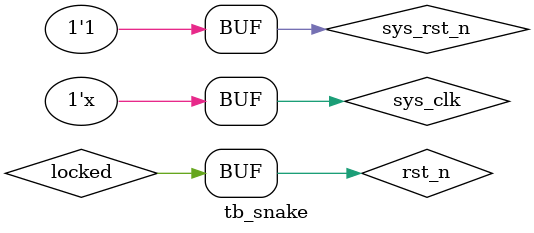
<source format=v>
`timescale  1ns/1ns

module  tb_snake();

wire            locked      ;
wire            rst_n       ;
wire            tft_clk_9m  ;

reg             sys_clk     ;
reg             sys_rst_n   ;
reg     [15:0]  pix_data    ;

initial
    begin
        sys_clk     =   1'b1;
        sys_rst_n   <=  1'b0;
        #200
        sys_rst_n   <=  1'b1;
    end


always  #10 sys_clk = ~sys_clk;


assign  rst_n = (sys_rst_n & locked);


always@(posedge tft_clk_9m or negedge rst_n)
    if(rst_n == 1'b0)
        pix_data    <=  16'h0;
    else
        pix_data    <=  16'hffff;

clk_gen clk_gen_inst
(
    .areset     (~sys_rst_n ),  //输入复位信号,高电平有效,1bit
    .inclk0     (sys_clk    ),  //输入50MHz晶振时钟,1bit
    .c0         (tft_clk_9m ),  //输出TFT工作时钟,频率9Mhz,1bit
    .locked     (locked     )   //输出pll locked信号,1bit
);

//------------- tft_ctrl_inst -------------
tft_ctrl    tft_ctrl_inst
(
    .tft_clk_9m  (tft_clk_9m),   //输入时钟,频率9MHz
    .sys_rst_n   (rst_n     ),   //系统复位,低电平有效
    .pix_data    (pix_data  ),   //待显示数据

    .pix_x       (pix_x     ),   //输出TFT有效显示区域像素点X轴坐标
    .pix_y       (pix_y     ),   //输出TFT有效显示区域像素点Y轴坐标
    .rgb_tft     (rgb_tft   ),   //TFT显示数据
    .hsync       (hsync     ),   //TFT行同步信号
    .vsync       (vsync     ),   //TFT场同步信号
    .tft_clk     (tft_clk   ),   //TFT像素时钟
    .tft_de      (tft_de    ),   //TFT数据使能
    .tft_bl      (tft_bl    )    //TFT背光信号

);

endmodule


</source>
